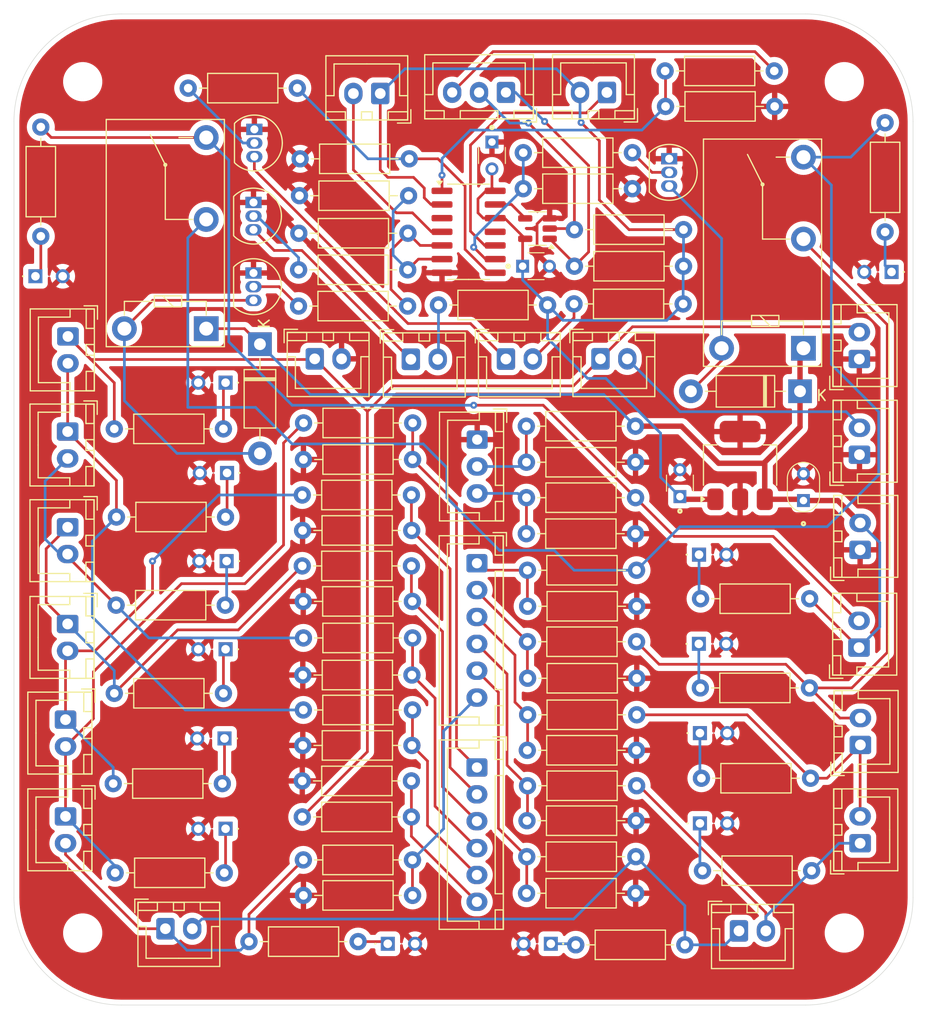
<source format=kicad_pcb>
(kicad_pcb (version 20240108) (generator "pcbnew") (generator_version "8.0")
  (layers (0 "F.Cu" signal) (31 "B.Cu" signal) (34 "B.Paste" user) (35 "F.Paste" user) (36 "B.SilkS" user "B.Silkscreen") (37 "F.SilkS" user "F.Silkscreen") (38 "B.Mask" user) (39 "F.Mask" user) (44 "Edge.Cuts" user))
  (net 0 "")
  (net 1 "Net-(J19-Pin_2)")
  (net 2 "+5V")
  (net 3 "IMD_reset")
  (net 4 "AMS_reset")
  (net 5 "A")
  (net 6 "Net-(J4-Pin_2)")
  (net 7 "Net-(J4-Pin_3)")
  (net 8 "Net-(J2-Pin_1)")
  (net 9 "Net-(J2-Pin_2)")
  (net 10 "Net-(J2-Pin_3)")
  (net 11 "Net-(J2-Pin_4)")
  (net 12 "Net-(J2-Pin_5)")
  (net 13 "Net-(J2-Pin_6)")
  (net 14 "Net-(J3-Pin_1)")
  (net 15 "Net-(J3-Pin_2)")
  (net 16 "Net-(J3-Pin_3)")
  (net 17 "Net-(J3-Pin_4)")
  (net 18 "Net-(J3-Pin_5)")
  (net 19 "Net-(J3-Pin_6)")
  (net 20 "Net-(J10-Pin_2)")
  (net 21 "Net-(J10-Pin_1)")
  (net 22 "Net-(J11-Pin_1)")
  (net 23 "Net-(J12-Pin_1)")
  (net 24 "Net-(J13-Pin_1)")
  (net 25 "Net-(J14-Pin_1)")
  (net 26 "Net-(J15-Pin_1)")
  (net 27 "Net-(J17-Pin_1)")
  (net 28 "Net-(Q1-G)")
  (net 29 "Net-(Q2-G)")
  (net 30 "GLVS+")
  (net 31 "Net-(J16-Pin_2)")
  (net 32 "GLVS-")
  (net 33 "Net-(D20-A)")
  (net 34 "Net-(D21-A)")
  (net 35 "Multi purpose enable")
  (net 36 "Discharge enable")
  (net 37 "OK_HS")
  (net 38 "COCKPIT_IN")
  (net 39 "Net-(J17-Pin_2)")
  (net 40 "IMD_LED+")
  (net 41 "IMD_LED-")
  (net 42 "AMS_IN")
  (net 43 "IMD_OK")
  (net 44 "AMS_OK")
  (net 45 "Net-(LED1-A)")
  (net 46 "Net-(LED2-A)")
  (net 47 "Net-(LED3-A)")
  (net 48 "Net-(LED4-A)")
  (net 49 "Net-(LED5-A)")
  (net 50 "Net-(LED6-A)")
  (net 51 "Net-(LED7-A)")
  (net 52 "Net-(LED8-A)")
  (net 53 "Net-(LED9-A)")
  (net 54 "Net-(LED10-A)")
  (net 55 "Net-(LED11-A)")
  (net 56 "Net-(LED12-A)")
  (net 57 "Net-(LED13-A)")
  (net 58 "Net-(LED14-A)")
  (net 59 "AMS_LED+")
  (net 60 "AMS_LED-")
  (net 61 "Net-(Q3-G)")
  (net 62 "Net-(Q4-G)")
  (net 63 "Net-(U6A-~{Q})")
  (net 64 "Net-(U6B-~{Q})")
  (net 65 "IMD_relay")
  (net 66 "AMS_relay")
  (footprint "Resistor_THT:R_Axial_DIN0207_L6.3mm_D2.5mm_P10.16mm_Horizontal" (layer "F.Cu") (at 212.74 110.7)
    (property "Reference" "R19" (hide yes))
    (property "Value" "27k" (hide yes))
  )
  (footprint "Resistor_THT:R_Axial_DIN0207_L6.3mm_D2.5mm_P10.16mm_Horizontal" (layer "F.Cu") (at 212.7 80.65)
    (property "Reference" "R5" (hide yes))
    (property "Value" "10k" (hide yes))
  )
  (footprint "Connector_JST:JST_XH_B2B-XH-A_1x02_P2.50mm_Vertical" (layer "F.Cu") (at 169.8 106.95 -90)
    (property "Reference" "J13" (hide yes))
    (property "Value" "Conn_BOTS_2" (hide yes))
  )
  (footprint "FA14_Capacitor:FA18X7R1H104KNU00" (layer "F.Cu") (at 212.355 55.765)
    (property "Reference" "C6" (hide yes))
    (property "Value" "0.1uF" (hide yes))
  )
  (footprint "Resistor_THT:R_Axial_DIN0207_L6.3mm_D2.5mm_P10.16mm_Horizontal" (layer "F.Cu") (at 212.71 77.3)
    (property "Reference" "R2" (hide yes))
    (property "Value" "27k" (hide yes))
  )
  (footprint "Connector_JST:JST_XH_B2B-XH-A_1x02_P2.50mm_Vertical" (layer "F.Cu") (at 243.775 82.15 90)
    (property "Reference" "J20" (hide yes))
    (property "Value" "Conn_Power" (hide yes))
  )
  (footprint "Connector_JST:JST_XH_B2B-XH-A_1x02_P2.50mm_Vertical" (layer "F.Cu") (at 243.775 109.45 90)
    (property "Reference" "J10" (hide yes))
    (property "Value" "Conn_BTN_Left" (hide yes))
  )
  (footprint "Resistor_THT:R_Axial_DIN0207_L6.3mm_D2.5mm_P10.16mm_Horizontal" (layer "F.Cu") (at 202 83.65 180)
    (property "Reference" "R23" (hide yes))
    (property "Value" "27k" (hide yes))
  )
  (footprint "Resistor_THT:R_Axial_DIN0207_L6.3mm_D2.5mm_P10.16mm_Horizontal" (layer "F.Cu") (at 212.81 104.1)
    (property "Reference" "R18" (hide yes))
    (property "Value" "27k" (hide yes))
  )
  (footprint "MountingHole:MountingHole_3.2mm_M3" (layer "F.Cu") (at 171.4 117.8)
    (property "Reference" "REF**" (hide yes))
    (property "Value" "MountingHole_3.2mm_M3" (hide yes))
  )
  (footprint "Resistor_THT:R_Axial_DIN0207_L6.3mm_D2.5mm_P10.16mm_Horizontal" (layer "F.Cu") (at 228.9 95)
    (property "Reference" "R9" (hide yes))
    (property "Value" "10k" (hide yes))
  )
  (footprint "Diode_THT:D_DO-41_SOD81_P10.16mm_Horizontal" (layer "F.Cu") (at 187.9 63.02 -90)
    (property "Reference" "D20" (hide yes))
    (property "Value" "1N4001" (hide yes))
  )
  (footprint "Resistor_THT:R_Axial_DIN0207_L6.3mm_D2.5mm_P10.16mm_Horizontal" (layer "F.Cu") (at 181.22 39.2)
    (property "Reference" "R26" (hide yes))
    (property "Value" "100" (hide yes))
  )
  (footprint "Resistor_THT:R_Axial_DIN0207_L6.3mm_D2.5mm_P10.16mm_Horizontal" (layer "F.Cu") (at 212.82 87.4)
    (property "Reference" "R6" (hide yes))
    (property "Value" "10k" (hide yes))
  )
  (footprint "Connector_JST:JST_XH_B2B-XH-A_1x02_P2.50mm_Vertical" (layer "F.Cu") (at 243.7 64.4 90)
    (property "Reference" "J22" (hide yes))
    (property "Value" "Conn_AIR 2" (hide yes))
  )
  (footprint "Package_TO_SOT_THT:TO-92_Inline" (layer "F.Cu") (at 187.3 49.835 -90)
    (property "Reference" "Q3" (hide yes))
    (property "Value" "2N7000" (hide yes))
  )
  (footprint "Resistor_THT:R_Axial_DIN0207_L6.3mm_D2.5mm_P10.16mm_Horizontal" (layer "F.Cu") (at 217.3 118.9)
    (property "Reference" "R44" (hide yes))
    (property "Value" "10k" (hide yes))
  )
  (footprint "LTL1CHG:LTL1CHG" (layer "F.Cu") (at 246.7 56.3 180)
    (property "Reference" "LED2" (hide yes))
    (property "Value" "LTL-1CHG" (hide yes))
  )
  (footprint "Connector_JST:JST_XH_B2B-XH-A_1x02_P2.50mm_Vertical" (layer "F.Cu") (at 220.2 39.6 180)
    (property "Reference" "J6" (hide yes))
    (property "Value" "AMS_RST" (hide yes))
  )
  (footprint "Connector_JST:JST_XH_B6B-XH-A_1x06_P2.50mm_Vertical" (layer "F.Cu") (at 208.1 83.4 -90)
    (property "Reference" "J2" (hide yes))
    (property "Value" "Conn_01x06" (hide yes))
  )
  (footprint "LTL1CHG:LTL1CHG" (layer "F.Cu") (at 184.8 83.2 180)
    (property "Reference" "LED13" (hide yes))
    (property "Value" "LTL-1CHG" (hide yes))
  )
  (footprint "Resistor_THT:R_Axial_DIN0207_L6.3mm_D2.5mm_P10.16mm_Horizontal" (layer "F.Cu") (at 184.5 95.5 180)
    (property "Reference" "R48" (hide yes))
    (property "Value" "10k" (hide yes))
  )
  (footprint "LTL1CHG:LTL1CHG" (layer "F.Cu") (at 214.98 118.8 180)
    (property "Reference" "LED6" (hide yes))
    (property "Value" "LTL-1CHG" (hide yes))
  )
  (footprint "Resistor_THT:R_Axial_DIN0207_L6.3mm_D2.5mm_P10.16mm_Horizontal" (layer "F.Cu") (at 202.05 100.35 180)
    (property "Reference" "R39" (hide yes))
    (property "Value" "10k" (hide yes))
  )
  (footprint "Resistor_THT:R_Axial_DIN0207_L6.3mm_D2.5mm_P10.16mm_Horizontal" (layer "F.Cu") (at 225.66 40.9)
    (property "Reference" "R8" (hide yes))
    (property "Value" "10k" (hide yes))
  )
  (footprint "Resistor_THT:R_Axial_DIN0207_L6.3mm_D2.5mm_P10.16mm_Horizontal" (layer "F.Cu") (at 212.82 97.5)
    (property "Reference" "R17" (hide yes))
    (property "Value" "27k" (hide yes))
  )
  (footprint "Resistor_THT:R_Axial_DIN0207_L6.3mm_D2.5mm_P10.16mm_Horizontal" (layer "F.Cu") (at 202.1 111 180)
    (property "Reference" "R20" (hide yes))
    (property "Value" "27k" (hide yes))
  )
  (footprint "Resistor_THT:R_Axial_DIN0207_L6.3mm_D2.5mm_P10.16mm_Horizontal" (layer "F.Cu") (at 202.11 73.75 180)
    (property "Reference" "R35" (hide yes))
    (property "Value" "10k" (hide yes))
  )
  (footprint "Connector_JST:JST_XH_B2B-XH-A_1x02_P2.50mm_Vertical" (layer "F.Cu") (at 193 64.385)
    (property "Reference" "J18" (hide yes))
    (property "Value" "Conn_discharge" (hide yes))
  )
  (footprint "Package_TO_SOT_SMD:SOT-23-5" (layer "F.Cu") (at 213.7375 52.265 180)
    (property "Reference" "U2" (hide yes))
    (property "Value" "SN74AHC1G02DBVR" (hide yes))
  )
  (footprint "Connector_JST:JST_XH_B3B-XH-A_1x03_P2.50mm_Vertical" (layer "F.Cu") (at 210.8 39.6 180)
    (property "Reference" "J1" (hide yes))
    (property "Value" "Conn_01x03_Pin" (hide yes))
  )
  (footprint "Resistor_THT:R_Axial_DIN0207_L6.3mm_D2.5mm_P10.16mm_Horizontal" (layer "F.Cu") (at 202.11 114.3 180)
    (property "Reference" "R34" (hide yes))
    (property "Value" "10k" (hide yes))
  )
  (footprint "Resistor_THT:R_Axial_DIN0207_L6.3mm_D2.5mm_P10.16mm_Horizontal" (layer "F.Cu") (at 202.1 97.05 180)
    (property "Reference" "R25" (hide yes))
    (property "Value" "27k" (hide yes))
  )
  (footprint "FA14_Capacitor:FA18X7R1H104KNU00" (layer "F.Cu") (at 227 77.2 90)
    (property "Reference" "C2" (hide yes))
    (property "Value" "0.1uF" (hide yes))
  )
  (footprint "Resistor_THT:R_Axial_DIN0207_L6.3mm_D2.5mm_P10.16mm_Horizontal" (layer "F.Cu") (at 202 107 180)
    (property "Reference" "R53" (hide yes))
    (property "Value" "27k" (hide yes))
  )
  (footprint "FA14_Capacitor:FA18X7R1H104KNU00" (layer "F.Cu") (at 209.5 44.2125 -90)
    (property "Reference" "C7" (hide yes))
    (property "Value" "0.1uF" (hide yes))
  )
  (footprint "LTL1CHG:LTL1CHG" (layer "F.Cu") (at 228.78 82.6)
    (property "Reference" "LED14" (hide yes))
    (property "Value" "LTL-1CHG" (hide yes))
  )
  (footprint "Resistor_THT:R_Axial_DIN0207_L6.3mm_D2.5mm_P10.16mm_Horizontal" (layer "F.Cu") (at 228.92 86.7)
    (property "Reference" "R40" (hide yes))
    (property "Value" "10k" (hide yes))
  )
  (footprint "Resistor_THT:R_Axial_DIN0207_L6.3mm_D2.5mm_P10.16mm_Horizontal" (layer "F.Cu") (at 202.05 93.8 180)
    (property "Reference" "R38" (hide yes))
    (property "Value" "10k" (hide yes))
  )
  (footprint "LTL1CHG:LTL1CHG" (layer "F.Cu") (at 167 56.7)
    (property "Reference" "LED1" (hide yes))
    (property "Value" "LTL-1CHG" (hide yes))
  )
  (footprint "Resistor_THT:R_Axial_DIN0207_L6.3mm_D2.5mm_P10.16mm_Horizontal" (layer "F.Cu") (at 184.5 70.9 180)
    (property "Reference" "R52" (hide yes))
    (property "Value" "10k" (hide yes))
  )
  (footprint "Resistor_THT:R_Axial_DIN0207_L6.3mm_D2.5mm_P10.16mm_Horizontal" (layer "F.Cu") (at 235.78 37.6 180)
    (property "Reference" "R7" (hide yes))
    (property "Value" "10k" (hide yes))
  )
  (footprint "Resistor_THT:R_Axial_DIN0207_L6.3mm_D2.5mm_P10.16mm_Horizontal" (layer "F.Cu") (at 212.82 94.1)
    (property "Reference" "R30" (hide yes))
    (property "Value" "10k" (hide yes))
  )
  (footprint "Package_TO_SOT_THT:TO-92_Inline" (layer "F.Cu") (at 226 45.765 -90)
    (property "Reference" "Q2" (hide yes))
    (property "Value" "2N7000" (hide yes))
  )
  (footprint "Resistor_THT:R_Axial_DIN0207_L6.3mm_D2.5mm_P10.16mm_Horizontal" (layer "F.Cu") (at 227.3 59.275 180)
    (property "Reference" "R27" (hide yes))
    (property "Value" "100" (hide yes))
  )
  (footprint "Resistor_THT:R_Axial_DIN0207_L6.3mm_D2.5mm_P10.16mm_Horizontal" (layer "F.Cu") (at 214.68 59.375 180)
    (property "Reference" "R12" (hide yes))
    (property "Value" "100" (hide yes))
  )
  (footprint "Connector_JST:JST_XH_B2B-XH-A_1x02_P2.50mm_Vertical" (layer "F.Cu") (at 169.8 97.95 -90)
    (property "Reference" "J14" (hide yes))
    (property "Value" "Conn_Inertia" (hide yes))
  )
  (footprint "Connector_JST:JST_XH_B2B-XH-A_1x02_P2.50mm_Vertical" (layer "F.Cu") (at 170 80.05 -90)
    (property "Reference" "J16" (hide yes))
    (property "Value" "Conn_ACC_INTL" (hide yes))
  )
  (footprint "LTL1CHG:LTL1CHG" (layer "F.Cu") (at 199.8 118.8)
    (property "Reference" "LED7" (hide yes))
    (property "Value" "LTL-1CHG" (hide yes))
  )
  (footprint "Resistor_THT:R_Axial_DIN0207_L6.3mm_D2.5mm_P10.16mm_Horizontal" (layer "F.Cu") (at 212.8 90.7)
    (property "Reference" "R16" (hide yes))
    (property "Value" "27k" (hide yes))
  )
  (footprint "LTL1CHG:LTL1CHG" (layer "F.Cu") (at 184.7 91.4 180)
    (property "Reference" "LED10" (hide yes))
    (property "Value" "LTL-1CHG" (hide yes))
  )
  (footprint "Resistor_THT:R_Axial_DIN0207_L6.3mm_D2.5mm_P10.16mm_Horizontal" (layer "F.Cu") (at 212.7 70.65)
    (property "Reference" "R1" (hide yes))
    (property "Value" "27k" (hide yes))
  )
  (footprint "Connector_JST:JST_XH_B2B-XH-A_1x02_P2.50mm_Vertical" (layer "F.Cu") (at 199.1 39.7 180)
    (property "Reference" "J5" (hide yes))
    (property "Value" "IMD_RST" (hide yes))
  )
  (footprint "LTL1CHG:LTL1CHG" (layer "F.Cu") (at 228.86 99.2)
    (property "Reference" "LED4" (hide yes))
    (property "Value" "LTL-1CHG" (hide yes))
  )
  (footprint "Resistor_THT:R_Axial_DIN0207_L6.3mm_D2.5mm_P10.16mm_Horizontal" (layer "F.Cu") (at 202.11 90.35 180)
    (property "Reference" "R24" (hide yes))
    (property "Value" "27k" (hide yes))
  )
  (footprint "LTL1CHG:LTL1CHG" (layer "F.Cu") (at 184.7 108.1 180)
    (property "Reference" "LED8" (hide yes))
    (property "Value" "LTL-1CHG" (hide yes))
  )
  (footprint "Relay_THT:Relay_SPST_Omron-G5Q-1A" (layer "F.Cu") (at 238.5 63.4 90)
    (property "Reference" "K7" (hide yes))
    (property "Value" "G5Q1A4DC12" (hide yes))
  )
  (footprint "Resistor_THT:R_Axial_DIN0207_L6.3mm_D2.5mm_P10.16mm_Horizontal" (layer "F.Cu") (at 202 77.05 180)
    (property "Reference" "R22" (hide yes))
    (property "Value" "27k" (hide yes))
  )
  (footprint "Resistor_THT:R_Axial_DIN0207_L6.3mm_D2.5mm_P10.16mm_Horizontal" (layer "F.Cu") (at 217.175 52.365)
    (property "Reference" "R10" (hide yes))
    (property "Value" "10k" (hide yes))
  )
  (footprint "Resistor_THT:R_Axial_DIN0207_L6.3mm_D2.5mm_P10.16mm_Horizontal" (layer "F.Cu") (at 197.04 118.6 180)
    (property "Reference" "R45" (hide yes))
    (property "Value" "10k" (hide yes))
  )
  (footprint "Resistor_THT:R_Axial_DIN0207_L6.3mm_D2.5mm_P10.16mm_Horizontal" (layer "F.Cu") (at 222.575 48.555 180)
    (property "Reference" "R57" (hide yes))
    (property "Value" "10k" (hide yes))
  )
  (footprint "LTL1CHG:LTL1CHG" (layer "F.Cu") (at 228.76 90.9)
    (property "Reference" "LED3" (hide yes))
    (property "Value" "LTL-1CHG" (hide yes))
  )
  (footprint "Resistor_THT:R_Axial_DIN0207_L6.3mm_D2.5mm_P10.16mm_Horizontal" (layer "F.Cu") (at 191.52 52.7)
    (property "Reference" "R55" (hide yes))
    (property "Value" "10k" (hide yes))
  )
  (footprint "Connector_JST:JST_XH_B3B-XH-A_1x03_P2.50mm_Vertical" (layer "F.Cu") (at 208.125 71.9 -90)
    (property "Reference" "J4" (hide yes))
    (property "Value" "Conn_01x03" (hide yes))
  )
  (footprint "Resistor_THT:R_Axial_DIN0207_L6.3mm_D2.5mm_P10.16mm_Horizontal" (layer "F.Cu") (at 246.1 52.58 90)
    (property "Reference" "R60" (hide yes))
    (property "Value" "10k" (hide yes))
  )
  (footprint "MountingHole:MountingHole_3.2mm_M3" (layer "F.Cu") (at 242.3 117.8)
    (property "Reference" "REF**" (hide yes))
    (property "Value" "MountingHole_3.2mm_M3" (hide yes))
  )
  (footprint "Resistor_THT:R_Axial_DIN0207_L6.3mm_D2.5mm_P10.16mm_Horizontal" (layer "F.Cu") (at 167.5 52.98 90)
    (property "Reference" "R59" (hide yes))
    (property "Value" "10k" (hide yes))
  )
  (footprint "Connector_JST:JST_XH_B2B-XH-A_1x02_P2.50mm_Vertical" (layer "F.Cu") (at 170.025 62.3 -90)
    (property "Reference" "J17" (hide yes))
    (property "Value" "Conn_TSMS" (hide yes))
  )
  (footprint "Resistor_THT:R_Axial_DIN0207_L6.3mm_D2.5mm_P10.16mm_Horizontal" (layer "F.Cu") (at 212.71 74)
    (property "Reference" "R4" (hide yes))
    (property "Value" "10k" (hide yes))
  )
  (footprint "Resistor_THT:R_Axial_DIN0207_L6.3mm_D2.5mm_P10.16mm_Horizontal" (layer "F.Cu") (at 212.76 107.35)
    (property "Reference" "R32" (hide yes))
    (property "Value" "10k" (hide yes))
  )
  (footprint "LTL1CHG:LTL1CHG" (layer "F.Cu") (at 228.86 107.6)
    (property "Reference" "LED5" (hide yes))
    (property "Value" "LTL-1CHG" (hide yes))
  )
  (footprint "Resistor_THT:R_Axial_DIN0207_L6.3mm_D2.5mm_P10.16mm_Horizontal" (layer "F.Cu") (at 191.5 56.1)
    (property "Reference" "R14" (hide yes))
    (property "Value" "100" (hide yes))
  )
  (footprint "Connector_JST:JST_XH_B6B-XH-A_1x06_P2.50mm_Vertical" (layer "F.Cu") (at 208.1 102.4 -90)
    (property "Reference" "J3" (hide yes))
    (property "Value" "Conn_01x06" (hide yes))
  )
  (footprint "Resistor_THT:R_Axial_DIN0207_L6.3mm_D2.5mm_P10.16mm_Horizontal" (layer "F.Cu") (at 191.58 49.205)
    (property "Reference" "R13" (hide yes))
    (property "Value" "10k" (hide yes))
  )
  (footprint "Resistor_THT:R_Axial_DIN0207_L6.3mm_D2.5mm_P10.16mm_Horizontal" (layer "F.Cu") (at 212.8 84.05)
    (property "Reference" "R3" (hide yes))
    (property "Value" "27k" (hide yes))
  )
  (footprint "LTL1CHG:LTL1CHG" (layer "F.Cu") (at 184.84 75 180)
    (property "Reference" "LED12" (hide yes))
    (property "Value" "LTL-1CHG" (hide yes))
  )
  (footprint "LTL1CHG:LTL1CHG" (layer "F.Cu") (at 184.7 66.6 180)
    (property "Reference" "LED11" (hide yes))
    (property "Value" "LTL-1CHG" (hide yes))
  )
  (footprint "Connector_JST:JST_XH_B2B-XH-A_1x02_P2.50mm_Vertical" (layer "F.Cu") (at 243.675 91.25 90)
    (property "Reference" "J8" (hide yes))
    (property "Value" "Conn_BSPD" (hide yes))
  )
  (footprint "Connector_JST:JST_XH_B2B-XH-A_1x02_P2.50mm_Vertical" (layer "F.Cu") (at 219.6 64.385)
    (property "Reference" "J19" (hide yes))
    (property "Value" "Conn_precharge" (hide yes))
  )
  (footprint "Resistor_THT:R_Axial_DIN0207_L6.3mm_D2.5mm_P10.16mm_Horizontal" (layer "F.Cu") (at 184.7 79.1 180)
    (property "Reference" "R50" (hide yes))
    (property "Value" "10k" (hide yes))
  )
  (footprint "FA14_Capacitor:FA14X7R1H224KNU00" (layer "F.Cu") (at 238.5 77.5675 90)
    (property "Reference" "C1" (hide yes))
    (property "Value" "0.22uF" (hide yes))
  )
  (footprint "Resistor_THT:R_Axial_DIN0207_L6.3mm_D2.5mm_P10.16mm_Horizontal" (layer "F.Cu") (at 191.64 45.775)
    (property "Reference" "R15" (hide yes))
    (property "Value" "10k" (hide yes))
  )
  (footprint "Relay_THT:Relay_SPST_Omron-G5Q-1A" (layer "F.Cu") (at 182.9 61.575 90)
    (property "Reference" "K6" (hide yes))
    (property "Value" "G5Q1A4DC12" (hide yes))
  )
  (footprint "Resistor_THT:R_Axial_DIN0207_L6.3mm_D2.5mm_P10.16mm_Horizontal" (layer "F.Cu") (at 222.575 45.205 180)
    (property "Reference" "R58" (hide yes))
    (property "Value" "100" (hide yes))
  )
  (footprint "Connector_JST:JST_XH_B2B-XH-A_1x02_P2.50mm_Vertical" (layer "F.Cu") (at 243.715 73.3 90)
    (property "Reference" "J21" (hide yes))
    (property "Value" "Conn_AIR 1" (hide yes))
  )
  (footprint "Package_SO:SOIC-14_3.9x8.7mm_P1.27mm" (layer "F.Cu") (at 207.325 52.565)
    (property "Reference" "U6" (hide yes))
    (property "Value" "MC74HC74ADG" (hide yes))
  )
  (footprint "Resistor_THT:R_Axial_DIN0207_L6.3mm_D2.5mm_P10.16mm_Horizontal" (layer "F.Cu") (at 191.49 59.475)
    (property "Reference" "R56" (hide yes))
    (property "Value" "100" (hide yes))
  )
  (footprint "Connector_JST:JST_XH_B2B-XH-A_1x02_P2.50mm_Vertical" (layer "F.Cu") (at 179.1 117.4)
    (property "Reference" "J12" (hide yes))
    (property "Value" "Conn_BOTS_1" (hide yes))
  )
  (footprint "Resistor_THT:R_Axial_DIN0207_L6.3mm_D2.5mm_P10.16mm_Horizontal" (layer "F.Cu") (at 202.09 86.95 180)
    (property "Reference" "R37" (hide yes))
    (property "Value" "10k" (hide yes))
  )
  (footprint "Resistor_THT:R_Axial_DIN0207_L6.3mm_D2.5mm_P10.16mm_Horizontal" (layer "F.Cu") (at 184.58 112.2 180)
    (property "Reference" "R46" (hide yes))
    (property "Value" "10k" (hide yes))
  )
  (footprint "Resistor_THT:R_Axial_DIN0207_L6.3mm_D2.5mm_P10.16mm_Horizontal" (layer "F.Cu") (at 212.72 114.1)
    (property "Reference" "R33" (hide yes))
    (property "Value" "10k" (hide yes))
  )
  (footprint "Diode_THT:D_DO-41_SOD81_P10.16mm_Horizontal" (layer "F.Cu") (at 238.18 67.4 180)
    (property "Reference" "D21" (hide yes))
    (property "Value" "1N4001" (hide yes))
  )
  (footprint "Resistor_THT:R_Axial_DIN0207_L6.3mm_D2.5mm_P10.16mm_Horizontal" (layer "F.Cu") (at 184.4 103.9 180)
    (property "Reference" "R47" (hide yes))
    (property "Value" "10k" (hide yes))
  )
  (footprint "Connector_JST:JST_XH_B2B-XH-A_1x02_P2.50mm_Vertical" (layer "F.Cu") (at 243.8 100.3 90)
    (property "Reference" "J9" (hide yes))
    (property "Value" "Conn_BTN_Cockpit" (hide yes))
  )
  (footprint "Package_TO_SOT_SMD:SOT-223-3_TabPin2" (layer "F.Cu") (at 232.6 74.3 90)
    (property "Reference" "U1" (hide yes))
    (property "Value" "LM7805MPX/NOPB" (hide yes))
  )
  (footprint "Connector_JST:JST_XH_B2B-XH-A_1x02_P2.50mm_Vertical" (layer "F.Cu") (at 170 71.15 -90)
    (property "Reference" "J23" (hide yes))
    (property "Value" "Conn_TSAL_OK" (hide yes))
  )
  (footprint "Resistor_THT:R_Axial_DIN0207_L6.3mm_D2.5mm_P10.16mm_Horizontal" (layer "F.Cu") (at 202.03 80.35 180)
    (property "Reference" "R36" (hide yes))
    (property "Value" "10k" (hide yes))
  )
  (footprint "Connector_JST:JST_XH_B2B-XH-A_1x02_P2.50mm_Vertical" (layer "F.Cu") (at 232.5 117.6)
    (property "Reference" "J11" (hide yes))
    (property "Value" "Conn_BTN_Right" (hide yes))
  )
  (footprint "Resistor_THT:R_Axial_DIN0207_L6.3mm_D2.5mm_P10.16mm_Horizontal" (layer "F.Cu") (at 202 103.65 180)
    (property "Reference" "R54" (hide yes))
    (property "Value" "10k" (hide yes))
  )
  (footprint "Resistor_THT:R_Axial_DIN0207_L6.3mm_D2.5mm_P10.16mm_Horizontal" (layer "F.Cu") (at 212.79 100.8)
    (property "Reference" "R31" (hide yes))
    (property "Value" "10k" (hide yes))
  )
  (footprint "Connector_JST:JST_XH_B2B-XH-A_1x02_P2.50mm_Vertical" (layer "F.Cu") (at 170 89.05 -90)
    (property "Reference" "J15" (hide yes))
    (property "Value" "Conn_HVD_INTL" (hide yes))
  )
  (footprint "Connector_JST:JST_XH_B2B-XH-A_1x02_P2.50mm_Vertical" (layer "F.Cu") (at 210.8 64.4)
    (property "Reference" "J27" (hide yes))
    (property "Value" "AMS_LED" (hide yes))
  )
  (footprint "Resistor_THT:R_Axial_DIN0207_L6.3mm_D2.5mm_P10.16mm_Horizontal" (layer "F.Cu") (at 229.1 112)
    (property "Reference" "R43" (hide yes))
    (property "Value" "10k" (hide yes))
  )
  (footprint "Package_TO_SOT_THT:TO-92_Inline" (layer "F.Cu") (at 187.38 43.035 -90)
    (property "Reference" "Q4" (hide yes))
    (property "Value" "2N7000" (hide yes))
  )
  (footprint "Resistor_THT:R_Axial_DIN0207_L6.3mm_D2.5mm_P10.16mm_Horizontal" (layer "F.Cu") (at 184.67 87.3 180)
    (property "Reference" "R49" (hide yes))
    (property "Value" "10k" (hide yes))
  )
  (footprint "MountingHole:MountingHole_3.2mm_M3" (layer "F.Cu") (at 171.4 38.6)
    (property "Reference" "REF**" (hide yes))
    (property "Value" "MountingHole_3.2mm_M3" (hide yes))
  )
  (footprint "Connector_JST:JST_XH_B2B-XH-A_1x02_P2.50mm_Vertical" (layer "F.Cu") (at 201.95 64.425)
    (property "Reference" "J24" (hide yes))
    (property "Value" "IMD_LED" (hide yes))
  )
  (footprint "MountingHole:MountingHole_3.2mm_M3" (layer "F.Cu") (at 242.3 38.6)
    (property "Reference" "REF**" (hide yes))
    (property "Value" "MountingHole_3.2mm_M3" (hide yes))
  )
  (footprint "LTL1CHG:LTL1CHG" (layer "F.Cu") (at 184.6 99.7 180)
    (property "Reference" "LED9" (hide yes))
    (property "Value" "LTL-1CHG" (hide yes))
  )
  (footprint "Resistor_THT:R_Axial_DIN0207_L6.3mm_D2.5mm_P10.16mm_Horizontal" (layer "F.Cu") (at 217.175 55.765)
    (property "Reference" "R11" (hide yes))
    (property "Value" "10k" (hide yes))
  )
  (footprint "Package_TO_SOT_THT:TO-92_Inline" (layer "F.Cu") (at 187.3 56.4 -90)
    (property "Reference" "Q1" (hide yes))
    (property "Value" "2N7000" (hide yes))
  )
  (footprint "Resistor_THT:R_Axial_DIN0207_L6.3mm_D2.5mm_P10.16mm_Horizontal" (layer "F.Cu") (at 229 103.4)
    (property "Reference" "R42" (hide yes))
    (property "Value" "10k" (hide yes))
  )
  (footprint "Resistor_THT:R_Axial_DIN0207_L6.3mm_D2.5mm_P10.16mm_Horizontal" (layer "F.Cu") (at 202.12 70.35 180)
    (property "Reference" "R21" (hide yes))
    (property "Value" "27k" (hide yes))
  )
  (gr_line (start 238.7 124.5) (end 175 124.5) (stroke (width 0.05)) (layer "Edge.Cuts"))
  (gr_arc (start 248.7 114.5) (mid 245.771068 121.571068) (end 238.7 124.5) (stroke (width 0.05)) (layer "Edge.Cuts"))
  (gr_arc (start 238.7 32.3) (mid 245.771068 35.228932) (end 248.7 42.3) (stroke (width 0.05)) (layer "Edge.Cuts"))
  (gr_arc (start 175 124.5) (mid 167.928932 121.571068) (end 165 114.5) (stroke (width 0.05)) (layer "Edge.Cuts"))
  (gr_line (start 165 114.5) (end 165 42.3) (stroke (width 0.05)) (layer "Edge.Cuts"))
  (gr_line (start 248.7 42.3) (end 248.7 114.5) (stroke (width 0.05)) (layer "Edge.Cuts"))
  (gr_line (start 175 32.3) (end 238.7 32.3) (stroke (width 0.05)) (layer "Edge.Cuts"))
  (gr_arc (start 165 42.3) (mid 167.928932 35.228932) (end 175 32.3) (stroke (width 0.05)) (layer "Edge.Cuts"))
  (segment (start 222.1 64.385) (end 227.015 69.3) (width 0.25) (layer "B.Cu") (net 1))
  (segment (start 242.465 69.3) (end 243.715 70.55) (width 0.25) (layer "B.Cu") (net 1))
  (segment (start 227.015 69.3) (end 242.465 69.3) (width 0.25) (layer "B.Cu") (net 1))
  (segment (start 212.355 55.765) (end 212.355 53.46) (width 0.25) (layer "F.Cu") (net 2))
  (segment (start 210.68 51.295) (end 212.6 53.215) (width 0.25) (layer "F.Cu") (net 2))
  (segment (start 199.1 46.8) (end 199.1 39.7) (width 0.25) (layer "F.Cu") (net 2))
  (segment (start 219.5 44.1) (end 219.5 49.6) (width 0.25) (layer "F.Cu") (net 2))
  (segment (start 219.5 49.6) (end 222.265 52.365) (width 0.25) (layer "F.Cu") (net 2))
  (segment (start 217.8 42.4) (end 219.5 44.1) (width 0.25) (layer "F.Cu") (net 2))
  (segment (start 212.355 53.46) (end 212.6 53.215) (width 0.25) (layer "F.Cu") (net 2))
  (segment (start 208.945 48.755) (end 209.8 48.755) (width 0.25) (layer "F.Cu") (net 2))
  (segment (start 209.8 51.295) (end 208.695 51.295) (width 0.25) (layer "F.Cu") (net 2))
  (segment (start 209.8 51.295) (end 210.68 51.295) (width 0.25) (layer "F.Cu") (net 2))
  (segment (start 209.5 48.455) (end 209.8 48.755) (width 0.25) (layer "F.Cu") (net 2))
  (segment (start 208.2 50.8) (end 208.2 49.5) (width 0.25) (layer "F.Cu") (net 2))
  (segment (start 208.695 51.295) (end 208.2 50.8) (width 0.25) (layer "F.Cu") (net 2))
  (segment (start 203.2 48.5) (end 202.2 47.5) (width 0.25) (layer "F.Cu") (net 2))
  (segment (start 208.2 49.5) (end 208.945 48.755) (width 0.25) (layer "F.Cu") (net 2))
  (segment (start 204.85 50.025) (end 203.825 50.025) (width 0.25) (layer "F.Cu") (net 2))
  (segment (start 202.2 47.5) (end 199.8 47.5) (width 0.25) (layer "F.Cu") (net 2))
  (segment (start 227.25 77.45) (end 227 77.2) (width 0.5) (layer "F.Cu") (net 2))
  (segment (start 222.265 52.365) (end 227.335 52.365) (width 0.25) (layer "F.Cu") (net 2))
  (segment (start 199.8 47.5) (end 199.1 46.8) (width 0.25) (layer "F.Cu") (net 2))
  (segment (start 203.825 50.025) (end 203.2 49.4) (width 0.25) (layer "F.Cu") (net 2))
  (segment (start 209.5 46.7125) (end 209.5 48.455) (width 0.25) (layer "F.Cu") (net 2))
  (segment (start 203.2 49.4) (end 203.2 48.5) (width 0.25) (layer "F.Cu") (net 2))
  (segment (start 230.3 77.45) (end 227.25 77.45) (width 0.5) (layer "F.Cu") (net 2))
  (via (at 217.8 42.4) (size 0.65) (drill 0.25) (layers "F.Cu" "B.Cu") (net 2))
  (segment (start 214.68 59.375) (end 216.105 60.8) (width 0.25) (layer "B.Cu") (net 2))
  (segment (start 225.2 71.3) (end 225.2 75.4) (width 0.25) (layer "B.Cu") (net 2))
  (segment (start 215.5 37.4) (end 217.7 39.6) (width 0.25) (layer "B.Cu") (net 2))
  (segment (start 225.775 60.8) (end 227.3 59.275) (width 0.25) (layer "B.Cu") (net 2))
  (segment (start 227.335 52.365) (end 227.335 55.765) (width 0.25) (layer "B.Cu") (net 2))
  (segment (start 220.1 66.2) (end 225.2 71.3) (width 0.25) (layer "B.Cu") (net 2))
  (segment (start 212.355 57.05) (end 214.68 59.375) (width 0.25) (layer "B.Cu") (net 2))
  (segment (start 214.68 62.48) (end 218.4 66.2) (width 0.25) (layer "B.Cu") (net 2))
  (segment (start 217.7 39.6) (end 217.7 42.3) (width 0.25) (layer "B.Cu") (net 2))
  (segment (start 218.4 66.2) (end 220.1 66.2) (width 0.25) (layer "B.Cu") (net 2))
  (segment (start 201.4 37.4) (end 215.5 37.4) (width 0.25) (layer "B.Cu") (net 2))
  (segment (start 226.935 52.465) (end 227.035 52.365) (width 0.25) (layer "B.Cu") (net 2))
  (segment (start 227.3 55.8) (end 227.335 55.765) (width 0.25) (layer "B.Cu") (net 2))
  (segment (start 199.1 39.7) (end 201.4 37.4) (width 0.25) (layer "B.Cu") (net 2))
  (segment (start 212.355 55.765) (end 212.355 57.05) (width 0.25) (layer "B.Cu") (net 2))
  (segment (start 217.7 42.3) (end 217.8 42.4) (width 0.25) (layer "B.Cu") (net 2))
  (segment (start 225.2 75.4) (end 227 77.2) (width 0.25) (layer "B.Cu") (net 2))
  (segment (start 227.3 59.275) (end 227.3 55.8) (width 0.25) (layer "B.Cu") (net 2))
  (segment (start 216.105 60.8) (end 225.775 60.8) (width 0.25) (layer "B.Cu") (net 2))
  (segment (start 214.68 59.375) (end 214.68 62.48) (width 0.25) (layer "B.Cu") (net 2))
  (segment (start 196.6 46.8) (end 196.6 39.7) (width 0.25) (layer "F.Cu") (net 3))
  (segment (start 200.6 50.8) (end 196.6 46.8) (width 0.25) (layer "F.Cu") (net 3))
  (segment (start 202.1 50.8) (end 200.6 50.8) (width 0.25) (layer "F.Cu") (net 3))
  (segment (start 204.85 52.565) (end 203.865 52.565) (width 0.25) (layer "F.Cu") (net 3))
  (segment (start 203.865 52.565) (end 202.1 50.8) (width 0.25) (layer "F.Cu") (net 3))
  (segment (start 209.8 53.835) (end 208.825001 53.835) (width 0.25) (layer "F.Cu") (net 4))
  (segment (start 210.5 41.5) (end 218.3 41.5) (width 0.25) (layer "F.Cu") (net 4))
  (segment (start 208.825001 53.835) (end 207.5 52.509999) (width 0.25) (layer "F.Cu") (net 4))
  (segment (start 218.3 41.5) (end 220.2 39.6) (width 0.25) (layer "F.Cu") (net 4))
  (segment (start 207.5 52.509999) (end 207.5 44.5) (width 0.25) (layer "F.Cu") (net 4))
  (segment (start 207.5 44.5) (end 210.5 41.5) (width 0.25) (layer "F.Cu") (net 4))
  (segment (start 243.675 88.75) (end 243.525 88.75) (width 0.25) (layer "F.Cu") (net 5))
  (segment (start 168.475 43.795) (end 167.5 42.82) (width 0.25) (layer "F.Cu") (net 5))
  (segment (start 235.675 80.9) (end 226.47 80.9) (width 0.25) (layer "F.Cu") (net 5))
  (segment (start 243.525 88.75) (end 235.675 80.9) (width 0.25) (layer "F.Cu") (net 5))
  (segment (start 182.9 43.795) (end 168.475 43.795) (width 0.25) (layer "F.Cu") (net 5))
  (segment (start 226.47 80.9) (end 222.87 77.3) (width 0.25) (layer "F.Cu") (net 5))
  (segment (start 207.8 68.7) (end 214.27 68.7) (width 0.25) (layer "F.Cu") (net 5))
  (segment (start 214.27 68.7) (end 222.87 77.3) (width 0.25) (layer "F.Cu") (net 5))
  (via (at 207.8 68.7) (size 0.65) (drill 0.25) (layers "F.Cu" "B.Cu") (net 5))
  (segment (start 185 45.895) (end 185 62.8) (width 0.25) (layer "B.Cu") (net 5))
  (segment (start 243.675 88.675) (end 243.675 88.75) (width 0.25) (layer "B.Cu") (net 5))
  (segment (start 190.9 68.7) (end 207.8 68.7) (width 0.25) (layer "B.Cu") (net 5))
  (segment (start 182.9 43.795) (end 185 45.895) (width 0.25) (layer "B.Cu") (net 5))
  (segment (start 185 62.8) (end 190.9 68.7) (width 0.25) (layer "B.Cu") (net 5))
  (segment (start 212.7 73.99) (end 212.71 74) (width 0.25) (layer "F.Cu") (net 6))
  (segment (start 212.7 70.65) (end 212.7 73.99) (width 0.25) (layer "F.Cu") (net 6))
  (segment (start 212.71 70.66) (end 212.7 70.65) (width 0.25) (layer "F.Cu") (net 6))
  (segment (start 208.125 74.4) (end 212.31 74.4) (width 0.25) (layer "B.Cu") (net 6))
  (segment (start 212.31 74.4) (end 212.71 74) (width 0.25) (layer "B.Cu") (net 6))
  (segment (start 212.71 80.64) (end 212.7 80.65) (width 0.25) (layer "F.Cu") (net 7))
  (segment (start 212.71 77.3) (end 212.71 80.64) (width 0.25) (layer "F.Cu") (net 7))
  (segment (start 212.71 77.3) (end 212.3 77.3) (width 0.25) (layer "F.Cu") (net 7))
  (segment (start 212.3 77.3) (end 211.9 76.9) (width 0.25) (layer "B.Cu") (net 7))
  (segment (start 211.9 76.9) (end 208.125 76.9) (width 0.25) (layer "B.Cu") (net 7))
  (segment (start 208.75 84.05) (end 208.1 83.4) (width 0.25) (layer "F.Cu") (net 8))
  (segment (start 212.8 84.05) (end 212.8 87.38) (width 0.25) (layer "F.Cu") (net 8))
  (segment (start 212.8 84.05) (end 208.75 84.05) (width 0.25) (layer "F.Cu") (net 8))
  (segment (start 212.8 87.38) (end 212.82 87.4) (width 0.25) (layer "F.Cu") (net 8))
  (segment (start 212.8 90.7) (end 212.8 94.08) (width 0.25) (layer "F.Cu") (net 9))
  (segment (start 212.8 94.08) (end 212.82 94.1) (width 0.25) (layer "F.Cu") (net 9))
  (segment (start 208.1 86) (end 208.1 85.9) (width 0.25) (layer "F.Cu") (net 9))
  (segment (start 212.8 90.7) (end 208.1 86) (width 0.25) (layer "F.Cu") (net 9))
  (segment (start 212.82 97.5) (end 211.645 96.325) (width 0.25) (layer "F.Cu") (net 10))
  (segment (start 211.645 96.325) (end 211.645 91.945) (width 0.25) (layer "F.Cu") (net 10))
  (segment (start 212.82 97.5) (end 212.82 100.77) (width 0.25) (layer "F.Cu") (net 10))
  (segment (start 212.82 100.77) (end 212.79 100.8) (width 0.25) (layer "F.Cu") (net 10))
  (segment (start 211.645 91.945) (end 208.1 88.4) (width 0.25) (layer "F.Cu") (net 10))
  (segment (start 210.9 102.19) (end 210.9 93.7) (width 0.25) (layer "F.Cu") (net 11))
  (segment (start 212.81 104.1) (end 212.81 107.3) (width 0.25) (layer "F.Cu") (net 11))
  (segment (start 212.81 107.3) (end 212.76 107.35) (width 0.25) (layer "F.Cu") (net 11))
  (segment (start 210.9 93.7) (end 208.1 90.9) (width 0.25) (layer "F.Cu") (net 11))
  (segment (start 212.81 104.1) (end 210.9 102.19) (width 0.25) (layer "F.Cu") (net 11))
  (segment (start 210.1 108.06) (end 210.1 95.4) (width 0.25) (layer "F.Cu") (net 12))
  (segment (start 212.74 114.08) (end 212.72 114.1) (width 0.25) (layer "F.Cu") (net 12))
  (segment (start 210.1 95.4) (end 208.1 93.4) (width 0.25) (layer "F.Cu") (net 12))
  (segment (start 212.74 110.7) (end 212.74 114.08) (width 0.25) (layer "F.Cu") (net 12))
  (segment (start 212.74 110.7) (end 210.1 108.06) (width 0.25) (layer "F.Cu") (net 12))
  (segment (start 202.1 111) (end 202.1 114.29) (width 0.25) (layer "F.Cu") (net 13))
  (segment (start 202.1 114.29) (end 202.11 114.3) (width 0.25) (layer "F.Cu") (net 13))
  (segment (start 202.1 111) (end 205 108.1) (width 0.25) (layer "B.Cu") (net 13))
  (segment (start 205 99) (end 208.1 95.9) (width 0.25) (layer "B.Cu") (net 13))
  (segment (start 205 108.1) (end 205 99) (width 0.25) (layer "B.Cu") (net 13))
  (segment (start 206.2 100.5) (end 206.2 77.84) (width 0.25) (layer "F.Cu") (net 14))
  (segment (start 202.12 70.35) (end 202.12 73.74) (width 0.25) (layer "F.Cu") (net 14))
  (segment (start 206.2 77.84) (end 202.11 73.75) (width 0.25) (layer "F.Cu") (net 14))
  (segment (start 202.12 73.74) (end 202.11 73.75) (width 0.25) (layer "F.Cu") (net 14))
  (segment (start 208.1 102.4) (end 206.2 100.5) (width 0.25) (layer "F.Cu") (net 14))
  (segment (start 205.6 83.92) (end 202.03 80.35) (width 0.25) (layer "F.Cu") (net 15))
  (segment (start 208.1 104.9) (end 205.6 102.4) (width 0.25) (layer "F.Cu") (net 15))
  (segment (start 202 77.05) (end 202 80.32) (width 0.25) (layer "F.Cu") (net 15))
  (segment (start 205.6 102.4) (end 205.6 83.92) (width 0.25) (layer "F.Cu") (net 15))
  (segment (start 202 80.32) (end 202.03 80.35) (width 0.25) (layer "F.Cu") (net 15))
  (segment (start 208.1 107.4) (end 204.9 104.2) (width 0.25) (layer "F.Cu") (net 16))
  (segment (start 202 83.65) (end 202 86.86) (width 0.25) (layer "F.Cu") (net 16))
  (segment (start 202 86.86) (end 202.09 86.95) (width 0.25) (layer "F.Cu") (net 16))
  (segment (start 204.9 89.76) (end 202.09 86.95) (width 0.25) (layer "F.Cu") (net 16))
  (segment (start 204.9 104.2) (end 204.9 89.76) (width 0.25) (layer "F.Cu") (net 16))
  (segment (start 204.2 95.95) (end 202.05 93.8) (width 0.25) (layer "F.Cu") (net 17))
  (segment (start 204.2 106) (end 204.2 95.95) (width 0.25) (layer "F.Cu") (net 17))
  (segment (start 208.1 109.9) (end 204.2 106) (width 0.25) (layer "F.Cu") (net 17))
  (segment (start 202.11 90.35) (end 202.11 93.74) (width 0.25) (layer "F.Cu") (net 17))
  (segment (start 202.11 93.74) (end 202.05 93.8) (width 0.25) (layer "F.Cu") (net 17))
  (segment (start 202.1 97.05) (end 202.1 100.3) (width 0.25) (layer "F.Cu") (net 18))
  (segment (start 202.1 100.3) (end 202.05 100.35) (width 0.25) (layer "F.Cu") (net 18))
  (segment (start 203.5 107.8) (end 203.5 101.8) (width 0.25) (layer "F.Cu") (net 18))
  (segment (start 203.5 101.8) (end 202.05 100.35) (width 0.25) (layer "F.Cu") (net 18))
  (segment (start 208.1 112.4) (end 203.5 107.8) (width 0.25) (layer "F.Cu") (net 18))
  (segment (start 202 103.65) (end 202 107) (width 0.25) (layer "F.Cu") (net 19))
  (segment (start 202 108.8) (end 208.1 114.9) (width 0.25) (layer "F.Cu") (net 19))
  (segment (start 202 107) (end 202 108.8) (width 0.25) (layer "F.Cu") (net 19))
  (segment (start 233.26 97.5) (end 222.98 97.5) (width 0.25) (layer "F.Cu") (net 20))
  (segment (start 240.7 103.4) (end 243.8 100.3) (width 0.25) (layer "F.Cu") (net 20))
  (segment (start 239.16 103.4) (end 240.7 103.4) (width 0.25) (layer "F.Cu") (net 20))
  (segment (start 243.775 106.95) (end 243.775 100.325) (width 0.25) (layer "F.Cu") (net 20))
  (segment (start 243.775 100.325) (end 243.8 100.3) (width 0.25) (layer "F.Cu") (net 20))
  (segment (start 239.16 103.4) (end 233.26 97.5) (width 0.25) (layer "F.Cu") (net 20))
  (segment (start 223.2 104.1) (end 235 115.9) (width 0.25) (layer "F.Cu") (net 21))
  (segment (start 222.97 104.1) (end 223.2 104.1) (width 0.25) (layer "F.Cu") (net 21))
  (segment (start 243.7 109.525) (end 243.775 109.45) (width 0.25) (layer "F.Cu") (net 21))
  (segment (start 235 115.9) (end 235 117.6) (width 0.25) (layer "F.Cu") (net 21))
  (segment (start 235 117.6) (end 235 116.26) (width 0.25) (layer "B.Cu") (net 21))
  (segment (start 241.81 109.45) (end 239.26 112) (width 0.25) (layer "B.Cu") (net 21))
  (segment (start 243.775 109.45) (end 241.81 109.45) (width 0.25) (layer "B.Cu") (net 21))
  (segment (start 235 116.26) (end 239.26 112) (width 0.25) (layer "B.Cu") (net 21))
  (segment (start 217.1 116.5) (end 222.9 110.7) (width 0.25) (layer "B.Cu") (net 22))
  (segment (start 182.5 116.5) (end 217.1 116.5) (width 0.25) (layer "B.Cu") (net 22))
  (segment (start 222.9 110.7) (end 227.46 115.26) (width 0.25) (layer "B.Cu") (net 22))
  (segment (start 227.46 115.26) (end 227.46 118.9) (width 0.25) (layer "B.Cu") (net 22))
  (segment (start 227.46 118.9) (end 231.2 118.9) (width 0.25) (layer "B.Cu") (net 22))
  (segment (start 231.2 118.9) (end 232.5 117.6) (width 0.25) (layer "B.Cu") (net 22))
  (segment (start 181.6 117.4) (end 182.5 116.5) (width 0.25) (layer "B.Cu") (net 22))
  (segment (start 176.7 117.4) (end 169.8 110.5) (width 0.25) (layer "F.Cu") (net 23))
  (segment (start 169.8 110.5) (end 169.8 109.45) (width 0.25) (layer "F.Cu") (net 23))
  (segment (start 179.1 117.4) (end 176.7 117.4) (width 0.25) (layer "F.Cu") (net 23))
  (segment (start 186.88 116.06) (end 191.94 111) (width 0.25) (layer "F.Cu") (net 23))
  (segment (start 186.88 118.6) (end 186.88 116.06) (width 0.25) (layer "F.Cu") (net 23))
  (segment (start 186.080001 119.399999) (end 181.099999 119.399999) (width 0.25) (layer "B.Cu") (net 23))
  (segment (start 186.88 118.6) (end 186.080001 119.399999) (width 0.25) (layer "B.Cu") (net 23))
  (segment (start 181.099999 119.399999) (end 179.1 117.4) (width 0.25) (layer "B.Cu") (net 23))
  (segment (start 186.5 85.3) (end 190.1 81.7) (width 0.25) (layer "F.Cu") (net 24))
  (segment (start 190.1 81.7) (end 190.1 72.21) (width 0.25) (layer "F.Cu") (net 24))
  (segment (start 169.8 100.45) (end 172.4 97.85) (width 0.25) (layer "F.Cu") (net 24))
  (segment (start 172.4 93.5) (end 180.6 85.3) (width 0.25) (layer "F.Cu") (net 24))
  (segment (start 190.1 72.21) (end 191.96 70.35) (width 0.25) (layer "F.Cu") (net 24))
  (segment (start 172.4 97.85) (end 172.4 93.5) (width 0.25) (layer "F.Cu") (net 24))
  (segment (start 180.6 85.3) (end 186.5 85.3) (width 0.25) (layer "F.Cu") (net 24))
  (segment (start 169.8 100.45) (end 169.8 106.95) (width 0.25) (layer "F.Cu") (net 24))
  (segment (start 191.95 70.35) (end 191.96 70.35) (width 0.25) (layer "F.Cu") (net 24))
  (segment (start 174.42 111.57) (end 169.8 106.95) (width 0.25) (layer "B.Cu") (net 24))
  (segment (start 174.42 112.2) (end 174.42 111.57) (width 0.25) (layer "B.Cu") (net 24))
  (segment (start 169.8 91.75) (end 170 91.55) (width 0.25) (layer "F.Cu") (net 25))
  (segment (start 177.9 86.2) (end 172.55 91.55) (width 0.25) (layer "F.Cu") (net 25))
  (segment (start 172.55 91.55) (end 170 91.55) (width 0.25) (layer "F.Cu") (net 25))
  (segment (start 169.8 97.95) (end 169.8 91.75) (width 0.25) (layer "F.Cu") (net 25))
  (segment (start 177.9 83.2) (end 177.9 86.2) (width 0.25) (layer "F.Cu") (net 25))
  (via (at 177.9 83.2) (size 0.65) (drill 0.25) (layers "F.Cu" "B.Cu") (net 25))
  (segment (start 174.24 102.39) (end 174.24 103.9) (width 0.25) (layer "B.Cu") (net 25))
  (segment (start 177.9 83.2) (end 184.05 77.05) (width 0.25) (layer "B.Cu") (net 25))
  (segment (start 169.8 97.95) (end 174.24 102.39) (width 0.25) (layer "B.Cu") (net 25))
  (segment (start 184.05 77.05) (end 191.84 77.05) (width 0.25) (layer "B.Cu") (net 25))
  (segment (start 168 82.05) (end 168 87.05) (width 0.25) (layer "F.Cu") (net 26))
  (segment (start 168 87.05) (end 170 89.05) (width 0.25) (layer "F.Cu") (net 26))
  (segment (start 185.89 89.6) (end 191.84 83.65) (width 0.25) (layer "F.Cu") (net 26))
  (segment (start 170 80.05) (end 168 82.05) (width 0.25) (layer "F.Cu") (net 26))
  (segment (start 180.24 89.6) (end 185.89 89.6) (width 0.25) (layer "F.Cu") (net 26))
  (segment (start 174.34 95.5) (end 180.24 89.6) (width 0.25) (layer "F.Cu") (net 26))
  (segment (start 174.34 93.39) (end 174.34 95.5) (width 0.25) (layer "B.Cu") (net 26))
  (segment (start 170 89.05) (end 174.34 93.39) (width 0.25) (layer "B.Cu") (net 26))
  (segment (start 222.585 61.4) (end 243.2 61.4) (width 0.25) (layer "F.Cu") (net 27))
  (segment (start 170.025 62.695) (end 170.025 62.3) (width 0.25) (layer "F.Cu") (net 27))
  (segment (start 217.085 66.9) (end 219.6 64.385) (width 0.25) (layer "F.Cu") (net 27))
  (segment (start 170.025 62.3) (end 172.17 64.445) (width 0.25) (layer "F.Cu") (net 27))
  (segment (start 170.025 62.3) (end 174.34 66.615) (width 0.25) (layer "F.Cu") (net 27))
  (segment (start 174.34 66.615) (end 174.34 70.9) (width 0.25) (layer "F.Cu") (net 27))
  (segment (start 200.285 66.9) (end 217.085 66.9) (width 0.25) (layer "F.Cu") (net 27))
  (segment (start 197.9 69.285) (end 200.285 66.9) (width 0.25) (layer "F.Cu") (net 27))
  (segment (start 192.94 64.445) (end 193 64.385) (width 0.25) (layer "F.Cu") (net 27))
  (segment (start 197.9 69.285) (end 193 64.385) (width 0.25) (layer "F.Cu") (net 27))
  (segment (start 197.9 100.94) (end 197.9 69.285) (width 0.25) (layer "F.Cu") (net 27))
  (segment (start 172.17 64.445) (end 192.94 64.445) (width 0.25) (layer "F.Cu") (net 27))
  (segment (start 219.6 64.385) (end 222.585 61.4) (width 0.25) (layer "F.Cu") (net 27))
  (segment (start 243.2 61.4) (end 243.7 61.9) (width 0.25) (layer "F.Cu") (net 27))
  (segment (start 191.84 107) (end 197.9 100.94) (width 0.25) (layer "F.Cu") (net 27))
  (segment (start 189.685 57.67) (end 191.49 59.475) (width 0.25) (layer "F.Cu") (net 28))
  (segment (start 187.3 57.67) (end 189.685 57.67) (width 0.25) (layer "F.Cu") (net 28))
  (segment (start 224.405 47.035) (end 226 47.035) (width 0.25) (layer "F.Cu") (net 29))
  (segment (start 222.575 45.205) (end 224.405 47.035) (width 0.25) (layer "F.Cu") (net 29))
  (segment (start 234.9 74) (end 238.18 70.72) (width 0.5) (layer "F.Cu") (net 30))
  (segment (start 235.05 77.6) (end 234.9 77.45) (width 0.5) (layer "F.Cu") (net 30))
  (segment (start 239.08 86.7) (end 243.63 91.25) (width 0.25) (layer "F.Cu") (net 30))
  (segment (start 182.9 61.575) (end 186.455 61.575) (width 0.25) (layer "F.Cu") (net 30))
  (segment (start 238.3825 77.45) (end 238.5 77.5675) (width 0.5) (layer "F.Cu") (net 30))
  (segment (start 243.63 91.25) (end 243.675 91.25) (width 0.25) (layer "F.Cu") (net 30))
  (segment (start 227.15 70.65) (end 222.86 70.65) (width 0.5) (layer "F.Cu") (net 30))
  (segment (start 234.9 77.45) (end 234.9 74.1) (width 0.5) (layer "F.Cu") (net 30))
  (segment (start 238.18 63.72) (end 238.5 63.4) (width 0.5) (layer "F.Cu") (net 30))
  (segment (start 243.775 79.65) (end 243.05 79.65) (width 0.5) (layer "F.Cu") (net 30))
  (segment (start 241.6925 77.5675) (end 243.775 79.65) (width 0.5) (layer "F.Cu") (net 30))
  (segment (start 243.475 91.45) (end 243.675 91.25) (width 0.25) (layer "F.Cu") (net 30))
  (segment (start 238.18 70.72) (end 238.18 67.4) (width 0.5) (layer "F.Cu") (net 30))
  (segment (start 238.18 67.4) (end 238.18 63.72) (width 0.5) (layer "F.Cu") (net 30))
  (segment (start 238.5 77.5675) (end 241.6925 77.5675) (width 0.5) (layer "F.Cu") (net 30))
  (segment (start 234.9 77.45) (end 238.3825 77.45) (width 0.5) (layer "F.Cu") (net 30))
  (segment (start 234.9 74.1) (end 230.6 74.1) (width 0.5) (layer "F.Cu") (net 30))
  (segment (start 234.9 77.45) (end 234.9 74) (width 0.5) (layer "F.Cu") (net 30))
  (segment (start 230.6 74.1) (end 227.15 70.65) (width 0.5) (layer "F.Cu") (net 30))
  (segment (start 186.455 61.575) (end 187.9 63.02) (width 0.25) (layer "F.Cu") (net 30))
  (segment (start 243.675 91.25) (end 245.6 89.325) (width 0.25) (layer "B.Cu") (net 30))
  (segment (start 238.1 67.32) (end 238.18 67.4) (width 0.5) (layer "B.Cu") (net 30))
  (segment (start 219.91 67.7) (end 222.86 70.65) (width 0.25) (layer "B.Cu") (net 30))
  (segment (start 245.6 89.325) (end 245.6 81.475) (width 0.25) (layer "B.Cu") (net 30))
  (segment (start 245.6 81.475) (end 243.775 79.65) (width 0.25) (layer "B.Cu") (net 30))
  (segment (start 243.05 79.65) (end 243.775 79.65) (width 0.5) (layer "B.Cu") (net 30))
  (segment (start 192.58 67.7) (end 219.91 67.7) (width 0.25) (layer "B.Cu") (net 30))
  (segment (start 187.9 63.02) (end 192.58 67.7) (width 0.25) (layer "B.Cu") (net 30))
  (segment (start 170 82.79) (end 174.51 87.3) (width 0.25) (layer "F.Cu") (net 31))
  (segment (start 191.95 90.35) (end 177.56 90.35) (width 0.25) (layer "B.Cu") (net 31))
  (segment (start 177.56 90.35) (end 174.51 87.3) (width 0.25) (layer "B.Cu") (net 31))
  (segment (start 167.9 75.75) (end 170 73.65) (width 0.25) (layer "B.Cu") (net 31))
  (segment (start 167.9 81.15) (end 169.3 82.55) (width 0.25) (layer "B.Cu") (net 31))
  (segment (start 167.9 75.75) (end 167.9 81.15) (width 0.25) (layer "B.Cu") (net 31))
  (segment (start 170 82.55) (end 170 82.79) (width 0.25) (layer "B.Cu") (net 31))
  (segment (start 169.3 82.55) (end 170 82.55) (width 0.25) (layer "B.Cu") (net 31))
  (segment (start 214.875 51.315) (end 214.212501 51.315) (width 0.25) (layer "F.Cu") (net 32))
  (segment (start 213.7 51.827501) (end 213.7 54.61) (width 0.25) (layer "F.Cu") (net 32))
  (segment (start 214.212501 51.315) (end 213.7 51.827501) (width 0.25) (layer "F.Cu") (net 32))
  (segment (start 213.7 54.61) (end 214.855 55.765) (width 0.25) (layer "F.Cu") (net 32))
  (segment (start 175.28 61.575) (end 177.915 58.94) (width 0.25) (layer "F.Cu") (net 33))
  (segment (start 177.915 58.94) (end 187.3 58.94) (width 0.25) (layer "F.Cu") (net 33))
  (segment (start 180.18 73.18) (end 175.28 68.28) (width 0.25) (layer "B.Cu") (net 33))
  (segment (start 175.28 68.28) (end 175.28 61.575) (width 0.25) (layer "B.Cu") (net 33))
  (segment (start 187.9 73.18) (end 180.18 73.18) (width 0.25) (layer "B.Cu") (net 33))
  (segment (start 228.02 67.4) (end 230.88 64.54) (width 0.25) (layer "F.Cu") (net 34))
  (segment (start 230.88 64.54) (end 230.88 63.4) (width 0.25) (layer "F.Cu") (net 34))
  (segment (start 230.88 63.4) (end 230.88 53.185) (width 0.25) (layer "B.Cu") (net 34))
  (segment (start 230.88 53.185) (end 226 48.305) (width 0.25) (layer "B.Cu") (net 34))
  (segment (start 217.175 55.515) (end 217.175 55.765) (width 0.25) (layer "F.Cu") (net 35))
  (segment (start 214.875 53.215) (end 217.175 55.515) (width 0.25) (layer "F.Cu") (net 35))
  (segment (start 218.5 46.4) (end 218.5 54.44) (width 0.25) (layer "F.Cu") (net 35))
  (segment (start 214.4 42.3) (end 218.5 46.4) (width 0.25) (layer "F.Cu") (net 35))
  (segment (start 218.5 54.44) (end 217.175 55.765) (width 0.25) (layer "F.Cu") (net 35))
  (via (at 214.4 42.3) (size 0.65) (drill 0.25) (layers "F.Cu" "B.Cu") (net 35))
  (segment (start 210.8 39.6) (end 211.7 39.6) (width 0.25) (layer "B.Cu") (net 35))
  (segment (start 211.7 39.6) (end 214.4 42.3) (width 0.25) (layer "B.Cu") (net 35))
  (segment (start 217.175 46.725) (end 212.9 42.45) (width 0.25) (layer "F.Cu") (net 36))
  (segment (start 214.875 52.265) (end 217.075 52.265) (width 0.25) (layer "F.Cu") (net 36))
  (segment (start 217.175 52.365) (end 217.175 46.725) (width 0.25) (layer "F.Cu") (net 36))
  (segment (start 217.075 52.265) (end 217.175 52.365) (width 0.25) (layer "F.Cu") (net 36))
  (via (at 212.9 42.45) (size 0.65) (drill 0.25) (layers "F.Cu" "B.Cu") (net 36))
  (segment (start 211.15 42.45) (end 208.3 39.6) (width 0.25) (layer "B.Cu") (net 36))
  (segment (start 212.9 42.45) (end 211.15 42.45) (width 0.25) (layer "B.Cu") (net 36))
  (segment (start 209.6 35.8) (end 205.8 39.6) (width 0.25) (layer "F.Cu") (net 37))
  (segment (start 233.98 35.8) (end 209.6 35.8) (width 0.25) (layer "F.Cu") (net 37))
  (segment (start 235.78 37.6) (end 233.98 35.8) (width 0.25) (layer "F.Cu") (net 37))
  (segment (start 236.86 92.8) (end 225.06 92.8) (width 0.25) (layer "F.Cu") (net 38))
  (segment (start 243 95) (end 239.06 95) (width 0.25) (layer "F.Cu") (net 38))
  (segment (start 239.06 95) (end 236.86 92.8) (width 0.25) (layer "F.Cu") (net 38))
  (segment (start 246.3 91.7) (end 243 95) (width 0.25) (layer "F.Cu") (net 38))
  (segment (start 239.06 95) (end 239.1 95) (width 0.25) (layer "F.Cu") (net 38))
  (segment (start 246.3 61.2) (end 246.3 91.7) (width 0.25) (layer "F.Cu") (net 38))
  (segment (start 239.1 95) (end 241.9 97.8) (width 0.25) (layer "F.Cu") (net 38))
  (segment (start 241.9 97.8) (end 243.8 97.8) (width 0.25) (layer "F.Cu") (net 38))
  (segment (start 238.5 53.4) (end 246.3 61.2) (width 0.25) (layer "F.Cu") (net 38))
  (segment (start 225.06 92.8) (end 222.96 90.7) (width 0.25) (layer "F.Cu") (net 38))
  (segment (start 238.54 53.24) (end 238.1 53.24) (width 0.25) (layer "F.Cu") (net 38))
  (segment (start 238.5 53.24) (end 238.5 53.4) (width 0.25) (layer "F.Cu") (net 38))
  (segment (start 174.54 75.69) (end 170 71.15) (width 0.25) (layer "F.Cu") (net 39))
  (segment (start 170 71.15) (end 170 64.825) (width 0.25) (layer "F.Cu") (net 39))
  (segment (start 174.54 79.1) (end 174.54 75.69) (width 0.25) (layer "F.Cu") (net 39))
  (segment (start 170 64.825) (end 170.025 64.8) (width 0.25) (layer "F.Cu") (net 39))
  (segment (start 172.3 88.4) (end 172.3 81.34) (width 0.25) (layer "B.Cu") (net 39))
  (segment (start 180.95 97.05) (end 172.3 88.4) (width 0.25) (layer "B.Cu") (net 39))
  (segment (start 172.3 81.34) (end 174.54 79.1) (width 0.25) (layer "B.Cu") (net 39))
  (segment (start 191.94 97.05) (end 180.95 97.05) (width 0.25) (layer "B.Cu") (net 39))
  (segment (start 204.52 64.355) (end 204.45 64.425) (width 0.25) (layer "B.Cu") (net 40))
  (segment (start 204.52 59.375) (end 204.52 64.355) (width 0.25) (layer "B.Cu") (net 40))
  (segment (start 201.925 64.425) (end 191.8 54.3) (width 0.25) (layer "F.Cu") (net 41))
  (segment (start 191.8 54.3) (end 189.225 54.3) (width 0.25) (layer "F.Cu") (net 41))
  (segment (start 189.225 54.3) (end 187.3 52.375) (width 0.25) (layer "F.Cu") (net 41))
  (segment (start 201.95 64.425) (end 201.925 64.425) (width 0.25) (layer "F.Cu") (net 41))
  (segment (start 205.3 74.5) (end 205.3 77.3) (width 0.25) (layer "B.Cu") (net 42))
  (segment (start 242.9 45.62) (end 246.1 42.42) (width 0.25) (layer "B.Cu") (net 42))
  (segment (start 181.2 68.9) (end 187.5 68.9) (width 0.25) (layer "B.Cu") (net 42))
  (segment (start 203.1 72.3) (end 205.3 74.5) (width 0.25) (layer "B.Cu") (net 42))
  (segment (start 205.3 77.3) (end 210.2 82.2) (width 0.25) (layer "B.Cu") (net 42))
  (segment (start 227.01 80) (end 240.7 80) (width 0.25) (layer "B.Cu") (net 42))
  (segment (start 241.1 48.22) (end 238.5 45.62) (width 0.25) (layer "B.Cu") (net 42))
  (segment (start 182.9 51.415) (end 181.185 53.13) (width 0.25) (layer "B.Cu") (net 42))
  (segment (start 190.9 72.3) (end 203.1 72.3) (width 0.25) (layer "B.Cu") (net 42))
  (segment (start 245.5 75.2) (end 245.5 69.3) (width 0.25) (layer "B.Cu") (net 42))
  (segment (start 240.7 80) (end 245.5 75.2) (width 0.25) (layer "B.Cu") (net 42))
  (segment (start 245.5 69.3) (end 241.1 64.9) (width 0.25) (layer "B.Cu") (net 42))
  (segment (start 222.96 84.05) (end 227.01 80) (width 0.25) (layer "B.Cu") (net 42))
  (segment (start 181.185 53.13) (end 181.185 68.885) (width 0.25) (layer "B.Cu") (net 42))
  (segment (start 181.185 68.885) (end 181.2 68.9) (width 0.25) (layer "B.Cu") (net 42))
  (segment (start 215.3 82.2) (end 217.15 84.05) (width 0.25) (layer "B.Cu") (net 42))
  (segment (start 210.2 82.2) (end 215.3 82.2) (width 0.25) (layer "B.Cu") (net 42))
  (segment (start 241.1 64.9) (end 241.1 48.22) (width 0.25) (layer "B.Cu") (net 42))
  (segment (start 217.15 84.05) (end 222.96 84.05) (width 0.25) (layer "B.Cu") (net 42))
  (segment (start 187.5 68.9) (end 190.9 72.3) (width 0.25) (layer "B.Cu") (net 42))
  (segment (start 238.5 45.62) (end 242.9 45.62) (width 0.25) (layer "B.Cu") (net 42))
  (segment (start 204.475 48.68) (end 204.55 48.755) (width 0.25) (layer "F.Cu") (net 43))
  (segment (start 225.66 37.64) (end 225.62 37.6) (width 0.25) (layer "F.Cu") (net 43))
  (segment (start 225.66 40.9) (end 225.66 37.64) (width 0.25) (layer "F.Cu") (net 43))
  (segment (start 204.85 47.3) (end 204.85 48.755) (width 0.25) (layer "F.Cu") (net 43))
  (via (at 204.85 47.3) (size 0.65) (drill 0.25) (layers "F.Cu" "B.Cu") (net 43))
  (segment (start 223.46 43.1) (end 225.66 40.9) (width 0.25) (layer "B.Cu") (net 43))
  (segment (start 204.85 47.3) (end 204.85 45.75) (width 0.25) (layer "B.Cu") (net 43))
  (segment (start 204.85 45.75) (end 207.5 43.1) (width 0.25) (layer "B.Cu") (net 43))
  (segment (start 207.5 43.1) (end 223.46 43.1) (width 0.25) (layer "B.Cu") (net 43))
  (segment (start 211.31 50.025) (end 212.6 51.315) (width 0.25) (layer "F.Cu") (net 44))
  (segment (start 209.8 50.025) (end 211.31 50.025) (width 0.25) (layer "F.Cu") (net 44))
  (segment (start 167.5 56.2) (end 167 56.7) (width 0.25) (layer "F.Cu") (net 45))
  (segment (start 167.5 52.98) (end 167.5 56.2) (width 0.25) (layer "F.Cu") (net 45))
  (segment (start 246.1 55.7) (end 246.7 56.3) (width 0.25) (layer "B.Cu") (net 46))
  (segment (start 246.1 52.58) (end 246.1 55.7) (width 0.25) (layer "B.Cu") (net 46))
  (segment (start 228.76 90.9) (end 228.76 94.86) (width 0.25) (layer "B.Cu") (net 47))
  (segment (start 228.76 94.86) (end 228.9 95) (width 0.25) (layer "B.Cu") (net 47))
  (segment (start 228.86 103.26) (end 229 103.4) (width 0.25) (layer "B.Cu") (net 48))
  (segment (start 228.86 99.2) (end 228.86 103.26) (width 0.25) (layer "B.Cu") (net 48))
  (segment (start 228.86 111.76) (end 229.1 112) (width 0.25) (layer "B.Cu") (net 49))
  (segment (start 228.86 107.6) (end 228.86 111.76) (width 0.25) (layer "B.Cu") (net 49))
  (segment (start 217.2 118.8) (end 217.3 118.9) (width 0.25) (layer "B.Cu") (net 50))
  (segment (start 214.98 118.8) (end 217.2 118.8) (width 0.25) (layer "B.Cu") (net 50))
  (segment (start 199.6 118.6) (end 199.8 118.8) (width 0.25) (layer "F.Cu") (net 51))
  (segment (start 197.04 118.6) (end 199.6 118.6) (width 0.25) (layer "F.Cu") (net 51))
  (segment (start 184.7 108.1) (end 184.7 112.08) (width 0.25) (layer "F.Cu") (net 52))
  (segment (start 184.7 112.08) (end 184.58 112.2) (width 0.25) (layer "B.Cu") (net 52))
  (segment (start 184.6 99.7) (end 184.6 103.7) (width 0.25) (layer "F.Cu") (net 53))
  (segment (start 184.6 103.7) (end 184.4 103.9) (width 0.25) (layer "B.Cu") (net 53))
  (segment (start 184.5 91.7) (end 184.5 95.5) (width 0.25) (layer "F.Cu") (net 54))
  (segment (start 184.7 91.5) (end 184.5 91.7) (width 0.25) (layer "B.Cu") (net 54))
  (segment (start 184.7 91.4) (end 184.7 91.5) (width 0.25) (layer "B.Cu") (net 54))
  (segment (start 184.5 70.9) (end 184.5 66.8) (width 0.25) (layer "F.Cu") (net 55))
  (segment (start 184.5 66.8) (end 184.7 66.6) (width 0.25) (layer "F.Cu") (net 55))
  (segment (start 184.7 66.8) (end 184.5 67) (width 0.25) (layer "B.Cu") (net 55))
  (segment (start 184.7 66.6) (end 184.7 66.8) (width 0.25) (layer "B.Cu") (net 55))
  (segment (start 184.84 75) (end 184.84 78.96) (width 0.25) (layer "F.Cu") (net 56))
  (segment (start 184.84 78.96) (end 184.7 79.1) (width 0.25) (layer "B.Cu") (net 56))
  (segment (start 184.8 87.17) (end 184.67 87.3) (width 0.25) (layer "B.Cu") (net 57))
  (segment (start 184.8 83.2) (end 184.8 87.17) (width 0.25) (layer "B.Cu") (net 57))
  (segment (start 228.78 82.6) (end 228.78 86.56) (width 0.25) (layer "B.Cu") (net 58))
  (segment (start 228.78 86.56) (end 228.92 86.7) (width 0.25) (layer "B.Cu") (net 58))
  (segment (start 217.14 60.56) (end 213.3 64.4) (width 0.25) (layer "F.Cu") (net 59))
  (segment (start 217.14 59.275) (end 217.14 60.56) (width 0.25) (layer "F.Cu") (net 59))
  (segment (start 187.38 46.78) (end 187.38 45.575) (width 0.25) (layer "F.Cu") (net 60))
  (segment (start 200.525 59.940991) (end 200.525 59.925) (width 0.25) (layer "F.Cu") (net 60))
  (segment (start 207.5 61.1) (end 201.684009 61.1) (width 0.25) (layer "F.Cu") (net 60))
  (segment (start 200.525 59.925) (end 187.38 46.78) (width 0.25) (layer "F.Cu") (net 60))
  (segment (start 201.684009 61.1) (end 200.525 59.940991) (width 0.25) (layer "F.Cu") (net 60))
  (segment (start 210.8 64.4) (end 207.5 61.1) (width 0.25) (layer "F.Cu") (net 60))
  (segment (start 191.5 54.96863) (end 187.63637 51.105) (width 0.25) (layer "B.Cu") (net 61))
  (segment (start 191.5 56.1) (end 191.5 54.96863) (width 0.25) (layer "B.Cu") (net 61))
  (segment (start 187.63637 51.105) (end 187.3 51.105) (width 0.25) (layer "B.Cu") (net 61))
  (segment (start 186.325 44.305) (end 187.38 44.305) (width 0.25) (layer "B.Cu") (net 62))
  (segment (start 181.22 39.2) (end 186.325 44.305) (width 0.25) (layer "B.Cu") (net 62))
  (segment (start 201.66 56.1) (end 202.655 55.105) (width 0.25) (layer "F.Cu") (net 63))
  (segment (start 202.655 55.105) (end 204.85 55.105) (width 0.25) (layer "F.Cu") (net 63))
  (segment (start 200.3 54.74) (end 201.66 56.1) (width 0.25) (layer "B.Cu") (net 63))
  (segment (start 201.74 49.205) (end 200.3 50.645) (width 0.25) (layer "B.Cu") (net 63))
  (segment (start 200.3 50.645) (end 200.3 54.74) (width 0.25) (layer "B.Cu") (net 63))
  (segment (start 201.8 45.775) (end 204.475 45.775) (width 0.25) (layer "F.Cu") (net 64))
  (segment (start 209.175 56.375) (end 209.8 56.375) (width 0.25) (layer "F.Cu") (net 64))
  (segment (start 207 54.2) (end 209.175 56.375) (width 0.25) (layer "F.Cu") (net 64))
  (segment (start 207 48.3) (end 207 54.2) (width 0.25) (layer "F.Cu") (net 64))
  (segment (start 204.475 45.775) (end 207 48.3) (width 0.25) (layer "F.Cu") (net 64))
  (segment (start 201.8 45.775) (end 197.955 45.775) (width 0.25) (layer "B.Cu") (net 64))
  (segment (start 197.955 45.775) (end 191.38 39.2) (width 0.25) (layer "B.Cu") (net 64))
  (segment (start 201.68 52.7) (end 202.815 53.835) (width 0.25) (layer "F.Cu") (net 65))
  (segment (start 201.65 59.475) (end 200.1 57.925) (width 0.25) (layer "F.Cu") (net 65))
  (segment (start 202.815 53.835) (end 204.85 53.835) (width 0.25) (layer "F.Cu") (net 65))
  (segment (start 200.1 54.28) (end 201.68 52.7) (width 0.25) (layer "F.Cu") (net 65))
  (segment (start 200.1 57.925) (end 200.1 54.28) (width 0.25) (layer "F.Cu") (net 65))
  (segment (start 209.8 55.105) (end 208.905 55.105) (width 0.25) (layer "F.Cu") (net 66))
  (segment (start 208.905 55.105) (end 207.8 54) (width 0.25) (layer "F.Cu") (net 66))
  (via (at 207.8 54) (size 0.65) (drill 0.25) (layers "F.Cu" "B.Cu") (net 66))
  (segment (start 207.9 53.9) (end 207.9 53.07) (width 0.25) (layer "B.Cu") (net 66))
  (segment (start 212.415 48.555) (end 212.415 45.205) (width 0.25) (layer "B.Cu") (net 66))
  (segment (start 207.8 54) (end 207.9 53.9) (width 0.25) (layer "B.Cu") (net 66))
  (segment (start 207.9 53.07) (end 212.415 48.555) (width 0.25) (layer "B.Cu") (net 66))
  (zone (net 32) (net_name "GLVS-") (layer "F.Cu") (connect_pads (clearance 0.5)) (min_thickness 0.25) (fill yes (thermal_gap 0.5) (thermal_bridge_width 0.5))
    (polygon (pts (xy 163.7 31) (xy 251.6 31) (xy 251.6 126.3) (xy 163.9 126.3) (xy 163.7 126.1)))
  )
)
</source>
